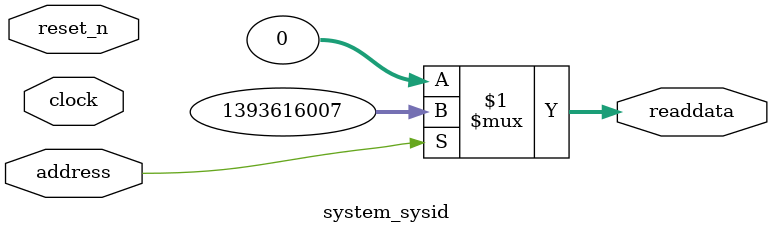
<source format=v>

`timescale 1ns / 1ps
// synthesis translate_on

// turn off superfluous verilog processor warnings 
// altera message_level Level1 
// altera message_off 10034 10035 10036 10037 10230 10240 10030 

module system_sysid (
               // inputs:
                address,
                clock,
                reset_n,

               // outputs:
                readdata
             )
;

  output  [ 31: 0] readdata;
  input            address;
  input            clock;
  input            reset_n;

  wire    [ 31: 0] readdata;
  //control_slave, which is an e_avalon_slave
  assign readdata = address ? 1393616007 : 0;

endmodule




</source>
